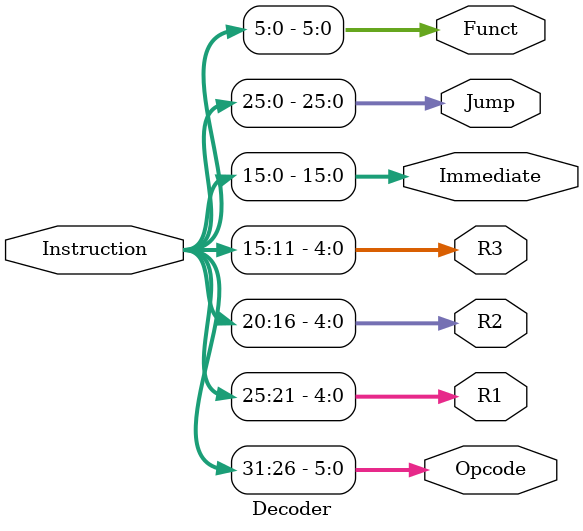
<source format=v>
module Decoder(
input [31:0] Instruction,
output [5:0] Opcode,
output [4:0] R1,
output [4:0] R2,
output [4:0] R3,
output [15:0] Immediate,
output [25:0] Jump,
output [5:0] Funct
);

assign Opcode = Instruction [31:26];
assign R1 = Instruction[25:21];
assign R2 = Instruction[20:16];
assign R3 = Instruction[15:11];
assign Immediate = Instruction[15:0];
assign Jump = Instruction[25:0];
assign Funct = Instruction[5:0];





endmodule
</source>
